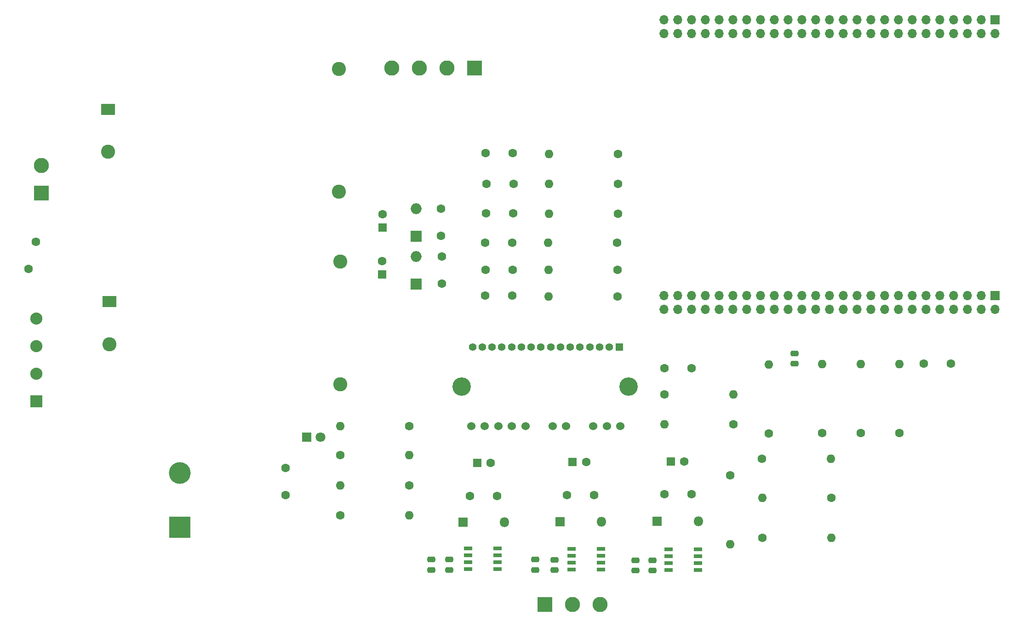
<source format=gbr>
%TF.GenerationSoftware,KiCad,Pcbnew,7.0.6*%
%TF.CreationDate,2024-01-17T13:07:11+07:00*%
%TF.ProjectId,Main,4d61696e-2e6b-4696-9361-645f70636258,rev?*%
%TF.SameCoordinates,Original*%
%TF.FileFunction,Soldermask,Bot*%
%TF.FilePolarity,Negative*%
%FSLAX46Y46*%
G04 Gerber Fmt 4.6, Leading zero omitted, Abs format (unit mm)*
G04 Created by KiCad (PCBNEW 7.0.6) date 2024-01-17 13:07:11*
%MOMM*%
%LPD*%
G01*
G04 APERTURE LIST*
G04 Aperture macros list*
%AMRoundRect*
0 Rectangle with rounded corners*
0 $1 Rounding radius*
0 $2 $3 $4 $5 $6 $7 $8 $9 X,Y pos of 4 corners*
0 Add a 4 corners polygon primitive as box body*
4,1,4,$2,$3,$4,$5,$6,$7,$8,$9,$2,$3,0*
0 Add four circle primitives for the rounded corners*
1,1,$1+$1,$2,$3*
1,1,$1+$1,$4,$5*
1,1,$1+$1,$6,$7*
1,1,$1+$1,$8,$9*
0 Add four rect primitives between the rounded corners*
20,1,$1+$1,$2,$3,$4,$5,0*
20,1,$1+$1,$4,$5,$6,$7,0*
20,1,$1+$1,$6,$7,$8,$9,0*
20,1,$1+$1,$8,$9,$2,$3,0*%
G04 Aperture macros list end*
%ADD10C,1.600000*%
%ADD11O,1.600000X1.600000*%
%ADD12R,1.800000X1.800000*%
%ADD13O,1.800000X1.800000*%
%ADD14C,1.800000*%
%ADD15C,2.600000*%
%ADD16R,2.600000X2.000000*%
%ADD17R,2.800000X2.800000*%
%ADD18C,2.800000*%
%ADD19R,1.600000X1.600000*%
%ADD20R,2.000000X2.000000*%
%ADD21O,2.000000X2.000000*%
%ADD22R,2.235000X2.235000*%
%ADD23C,2.235000*%
%ADD24R,4.000000X4.000000*%
%ADD25C,4.000000*%
%ADD26C,3.400000*%
%ADD27R,1.400000X1.400000*%
%ADD28C,1.400000*%
%ADD29C,1.530000*%
%ADD30R,1.700000X1.700000*%
%ADD31O,1.700000X1.700000*%
%ADD32RoundRect,0.250000X0.475000X-0.250000X0.475000X0.250000X-0.475000X0.250000X-0.475000X-0.250000X0*%
%ADD33RoundRect,0.250000X-0.475000X0.250000X-0.475000X-0.250000X0.475000X-0.250000X0.475000X0.250000X0*%
%ADD34R,1.525000X0.650000*%
G04 APERTURE END LIST*
D10*
X197340000Y-125350000D03*
D11*
X184640000Y-125350000D03*
D10*
X166600000Y-101460000D03*
X171600000Y-101460000D03*
X166590000Y-106270000D03*
D11*
X179290000Y-106270000D03*
D12*
X165278000Y-129647500D03*
D13*
X172898000Y-129647500D03*
D12*
X100763000Y-114127500D03*
D14*
X103303000Y-114127500D03*
D10*
X157948000Y-88267500D03*
D11*
X145248000Y-88267500D03*
D15*
X106897500Y-104410000D03*
X106897500Y-81810000D03*
X64397500Y-97010000D03*
D16*
X64397500Y-89210000D03*
D10*
X157908000Y-78327500D03*
D11*
X145208000Y-78327500D03*
D12*
X147388000Y-129737500D03*
D13*
X155008000Y-129737500D03*
D10*
X158088000Y-61997500D03*
D11*
X145388000Y-61997500D03*
D10*
X209880000Y-113360000D03*
D11*
X209880000Y-100660000D03*
D10*
X138758000Y-72907500D03*
X133758000Y-72907500D03*
X125498000Y-77102387D03*
X125498000Y-72102387D03*
X138628000Y-78337500D03*
X133628000Y-78337500D03*
X106890000Y-117490000D03*
D11*
X119590000Y-117490000D03*
D10*
X184570000Y-118150000D03*
D11*
X197270000Y-118150000D03*
D12*
X129508000Y-129787500D03*
D13*
X137128000Y-129787500D03*
D10*
X138648000Y-83367500D03*
X133648000Y-83367500D03*
X125620000Y-85900000D03*
X125620000Y-80900000D03*
D17*
X131638000Y-46167500D03*
D18*
X126558000Y-46167500D03*
X121478000Y-46167500D03*
X116398000Y-46167500D03*
D10*
X135788000Y-125027500D03*
X130788000Y-125027500D03*
D16*
X64195500Y-53757500D03*
D15*
X64195500Y-61557500D03*
X106695500Y-46357500D03*
X106695500Y-68957500D03*
D17*
X51855500Y-69182500D03*
D18*
X51855500Y-64102500D03*
D19*
X149708000Y-118727500D03*
D10*
X152208000Y-118727500D03*
X106930000Y-128560000D03*
D11*
X119630000Y-128560000D03*
D10*
X184630000Y-132670000D03*
D11*
X197330000Y-132670000D03*
D10*
X179290000Y-111780000D03*
D11*
X166590000Y-111780000D03*
D10*
X138628000Y-88087500D03*
X133628000Y-88087500D03*
D20*
X120888000Y-77172387D03*
D21*
X120888000Y-72092387D03*
D10*
X96888000Y-124787500D03*
X96888000Y-119787500D03*
X157968000Y-83357500D03*
D11*
X145268000Y-83357500D03*
D19*
X132152888Y-118907500D03*
D10*
X134652888Y-118907500D03*
X185810000Y-113510000D03*
D11*
X185810000Y-100810000D03*
D22*
X50948000Y-107540000D03*
D23*
X50948000Y-102460000D03*
X50948000Y-97380000D03*
X50948000Y-92300000D03*
D24*
X77355500Y-130755435D03*
D25*
X77355500Y-120755435D03*
D17*
X144639226Y-144967500D03*
D18*
X149719226Y-144967500D03*
X154799226Y-144967500D03*
D10*
X178700000Y-121170000D03*
D11*
X178700000Y-133870000D03*
D20*
X120860000Y-85940000D03*
D21*
X120860000Y-80860000D03*
D10*
X119600000Y-123020000D03*
D11*
X106900000Y-123020000D03*
D10*
X171578000Y-124637500D03*
X166578000Y-124637500D03*
D26*
X159993000Y-104845000D03*
X129243000Y-104845000D03*
D27*
X158281000Y-97570000D03*
D28*
X156481000Y-97570000D03*
X154681000Y-97570000D03*
X152880000Y-97570000D03*
X151081000Y-97570000D03*
X149280000Y-97570000D03*
X147480000Y-97570000D03*
X145680000Y-97570000D03*
X143880000Y-97570000D03*
X142081000Y-97570000D03*
X140281000Y-97570000D03*
X138481000Y-97570000D03*
X136680000Y-97570000D03*
X134880000Y-97570000D03*
X133081000Y-97570000D03*
X131281000Y-97570000D03*
D29*
X131031000Y-112120000D03*
X133531000Y-112120000D03*
X136031000Y-112120000D03*
X138531000Y-112120000D03*
X141031000Y-112120000D03*
X146031000Y-112120000D03*
X148531000Y-112120000D03*
X153531000Y-112120000D03*
X156031000Y-112120000D03*
X158531000Y-112120000D03*
D10*
X138688000Y-61847500D03*
X133688000Y-61847500D03*
D19*
X167792888Y-118677500D03*
D10*
X170292888Y-118677500D03*
D11*
X145338000Y-73027500D03*
D10*
X158038000Y-73027500D03*
X50865500Y-78127500D03*
X49565500Y-83127500D03*
D19*
X114708000Y-75567500D03*
D10*
X114708000Y-73067500D03*
X158088000Y-67487500D03*
D11*
X145388000Y-67487500D03*
D19*
X114610000Y-84215113D03*
D10*
X114610000Y-81715113D03*
X153628000Y-124787500D03*
X148628000Y-124787500D03*
X195660000Y-113400000D03*
D11*
X195660000Y-100700000D03*
D10*
X138838000Y-67497500D03*
X133838000Y-67497500D03*
X219340000Y-100620000D03*
X214340000Y-100620000D03*
X119600000Y-112090000D03*
D11*
X106900000Y-112090000D03*
D10*
X202740000Y-113400000D03*
D11*
X202740000Y-100700000D03*
D30*
X227490000Y-37250000D03*
D31*
X227490000Y-39790000D03*
X224950000Y-37250000D03*
X224950000Y-39790000D03*
X222410000Y-37250000D03*
X222410000Y-39790000D03*
X219870000Y-37250000D03*
X219870000Y-39790000D03*
X217330000Y-37250000D03*
X217330000Y-39790000D03*
X214790000Y-37250000D03*
X214790000Y-39790000D03*
X212250000Y-37250000D03*
X212250000Y-39790000D03*
X209710000Y-37250000D03*
X209710000Y-39790000D03*
X207170000Y-37250000D03*
X207170000Y-39790000D03*
X204630000Y-37250000D03*
X204630000Y-39790000D03*
X202090000Y-37250000D03*
X202090000Y-39790000D03*
X199550000Y-37250000D03*
X199550000Y-39790000D03*
X197010000Y-37250000D03*
X197010000Y-39790000D03*
X194470000Y-37250000D03*
X194470000Y-39790000D03*
X191930000Y-37250000D03*
X191930000Y-39790000D03*
X189390000Y-37250000D03*
X189390000Y-39790000D03*
X186850000Y-37250000D03*
X186850000Y-39790000D03*
X184310000Y-37250000D03*
X184310000Y-39790000D03*
X181770000Y-37250000D03*
X181770000Y-39790000D03*
X179230000Y-37250000D03*
X179230000Y-39790000D03*
X176690000Y-37250000D03*
X176690000Y-39790000D03*
X174150000Y-37250000D03*
X174150000Y-39790000D03*
X171610000Y-37250000D03*
X171610000Y-39790000D03*
X169070000Y-37250000D03*
X169070000Y-39790000D03*
X166530000Y-37250000D03*
X166530000Y-39790000D03*
D30*
X227490000Y-88050000D03*
D31*
X227490000Y-90590000D03*
X224950000Y-88050000D03*
X224950000Y-90590000D03*
X222410000Y-88050000D03*
X222410000Y-90590000D03*
X219870000Y-88050000D03*
X219870000Y-90590000D03*
X217330000Y-88050000D03*
X217330000Y-90590000D03*
X214790000Y-88050000D03*
X214790000Y-90590000D03*
X212250000Y-88050000D03*
X212250000Y-90590000D03*
X209710000Y-88050000D03*
X209710000Y-90590000D03*
X207170000Y-88050000D03*
X207170000Y-90590000D03*
X204630000Y-88050000D03*
X204630000Y-90590000D03*
X202090000Y-88050000D03*
X202090000Y-90590000D03*
X199550000Y-88050000D03*
X199550000Y-90590000D03*
X197010000Y-88050000D03*
X197010000Y-90590000D03*
X194470000Y-88050000D03*
X194470000Y-90590000D03*
X191930000Y-88050000D03*
X191930000Y-90590000D03*
X189390000Y-88050000D03*
X189390000Y-90590000D03*
X186850000Y-88050000D03*
X186850000Y-90590000D03*
X184310000Y-88050000D03*
X184310000Y-90590000D03*
X181770000Y-88050000D03*
X181770000Y-90590000D03*
X179230000Y-88050000D03*
X179230000Y-90590000D03*
X176690000Y-88050000D03*
X176690000Y-90590000D03*
X174150000Y-88050000D03*
X174150000Y-90590000D03*
X171610000Y-88050000D03*
X171610000Y-90590000D03*
X169070000Y-88050000D03*
X169070000Y-90590000D03*
X166530000Y-88050000D03*
X166530000Y-90590000D03*
D32*
X142840000Y-138602500D03*
X142840000Y-136702500D03*
X161250000Y-138712500D03*
X161250000Y-136812500D03*
X123710000Y-138602500D03*
X123710000Y-136702500D03*
X146360000Y-138652500D03*
X146360000Y-136752500D03*
X164400000Y-138742500D03*
X164400000Y-136842500D03*
D33*
X190620000Y-98710000D03*
X190620000Y-100610000D03*
D34*
X172815226Y-134832500D03*
X172815226Y-136102500D03*
X172815226Y-137372500D03*
X172815226Y-138642500D03*
X167391226Y-138642500D03*
X167391226Y-137372500D03*
X167391226Y-136102500D03*
X167391226Y-134832500D03*
D32*
X127000000Y-138602500D03*
X127000000Y-136702500D03*
D34*
X154932000Y-134717500D03*
X154932000Y-135987500D03*
X154932000Y-137257500D03*
X154932000Y-138527500D03*
X149508000Y-138527500D03*
X149508000Y-137257500D03*
X149508000Y-135987500D03*
X149508000Y-134717500D03*
X135883226Y-134657500D03*
X135883226Y-135927500D03*
X135883226Y-137197500D03*
X135883226Y-138467500D03*
X130459226Y-138467500D03*
X130459226Y-137197500D03*
X130459226Y-135927500D03*
X130459226Y-134657500D03*
M02*

</source>
